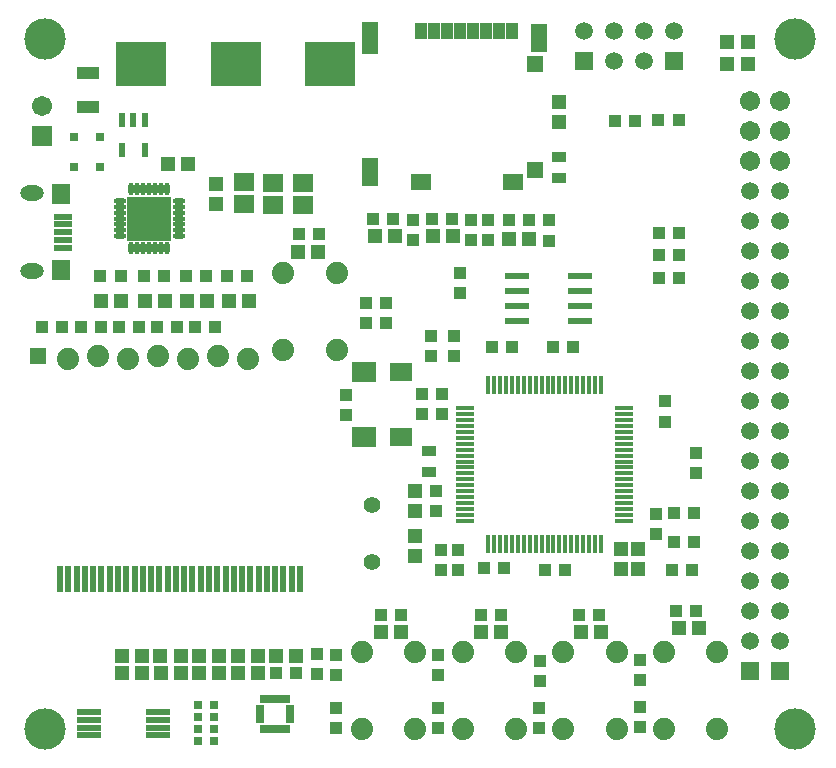
<source format=gbr>
%TF.GenerationSoftware,Novarm,DipTrace,3.2.0.1*%
%TF.CreationDate,2018-06-28T18:28:33-08:00*%
%FSLAX26Y26*%
%MOIN*%
%TF.FileFunction,Soldermask,Top*%
%TF.Part,Single*%
%AMOUTLINE0*
4,1,4,
-0.035433,0.019685,
-0.035433,-0.019685,
0.035433,-0.019685,
0.035433,0.019685,
-0.035433,0.019685,
0*%
%AMOUTLINE1*
4,1,4,
0.026163,0.026163,
0.026205,-0.026121,
-0.026121,-0.026205,
-0.026163,0.026163,
0.026163,0.026163,
0*%
%AMOUTLINE2*
4,1,4,
-0.023622,0.015748,
-0.023622,-0.015748,
0.023622,-0.015748,
0.023622,0.015748,
-0.023622,0.015748,
0*%
%AMOUTLINE3*
4,1,4,
-0.010827,-0.023622,
0.010827,-0.023622,
0.010827,0.023622,
-0.010827,0.023622,
-0.010827,-0.023622,
0*%
%ADD26R,0.03937X0.043307*%
%ADD27R,0.043307X0.03937*%
%ADD33R,0.059055X0.059055*%
%ADD34C,0.059055*%
%ADD45C,0.074*%
%ADD49R,0.062992X0.011811*%
%ADD50R,0.011811X0.062992*%
%ADD60R,0.05937X0.05937*%
%ADD61C,0.05937*%
%ADD62R,0.07874X0.023622*%
%ADD64R,0.074803X0.059055*%
%ADD68C,0.137795*%
%ADD76C,0.056*%
%ADD78R,0.082803X0.067055*%
%ADD86R,0.027685X0.019811*%
%ADD88R,0.019811X0.027685*%
%ADD90R,0.078866X0.023748*%
%ADD92R,0.023748X0.08674*%
%ADD94R,0.145795X0.145795*%
%ADD96O,0.019811X0.041465*%
%ADD98O,0.041465X0.019811*%
%ADD106R,0.053669X0.057213*%
%ADD108R,0.053669X0.055244*%
%ADD110R,0.067055X0.053276*%
%ADD112R,0.053276X0.094614*%
%ADD114R,0.053276X0.106425*%
%ADD116R,0.039496X0.056819*%
%ADD118O,0.078866X0.051307*%
%ADD120R,0.063118X0.070992*%
%ADD122R,0.06115X0.023748*%
%ADD124C,0.067055*%
%ADD126R,0.067055X0.067055*%
%ADD128R,0.031622X0.031622*%
%ADD130R,0.067055X0.059181*%
%ADD132R,0.051307X0.04737*%
%ADD134R,0.04737X0.051307*%
%ADD136R,0.16548X0.149732*%
%ADD142OUTLINE0*%
%ADD143OUTLINE1*%
%ADD144OUTLINE2*%
%ADD145OUTLINE3*%
G75*
G01*
%LPD*%
D136*
X1443702Y2709324D3*
X1128742D3*
X813781D3*
D26*
X1796824Y1287450D3*
Y1220521D3*
X1749809Y1543843D3*
Y1610772D3*
X1497617Y1541625D3*
Y1608554D3*
D134*
X1728075Y1221827D3*
Y1288756D3*
D26*
X1815427Y1543843D3*
Y1610772D3*
D134*
X1728075Y1137450D3*
Y1070521D3*
D27*
X2050125Y1768832D3*
X1983196D3*
X1956365Y1031257D3*
X2023294D3*
D26*
X2531200Y1143698D3*
Y1210628D3*
D27*
X2227883Y1025149D3*
X2160954D3*
D26*
X2559326Y1518701D3*
Y1585630D3*
D130*
X1156201Y2318701D3*
Y2243898D3*
D27*
X2187263Y1765693D3*
X2254192D3*
D130*
X1252987Y2315448D3*
Y2240645D3*
X1352978Y2315448D3*
Y2240645D3*
D132*
X749316Y737225D3*
X816246D3*
X878080D3*
X945009D3*
X1135607D3*
X1202536D3*
X1264370D3*
X1331299D3*
D134*
X2206011Y2515616D3*
Y2582545D3*
D132*
X816625Y680526D3*
X749696D3*
D26*
X1399950Y676772D3*
Y743701D3*
D27*
X1331299Y680969D3*
X1264370D3*
D26*
X1877166Y2014666D3*
Y1947736D3*
D132*
X1135692Y681201D3*
X1202621D3*
X1007110D3*
X1074040D3*
D128*
X676013Y2468746D3*
X589399D3*
X676013Y2368756D3*
X589399D3*
D142*
X637425Y2568735D3*
Y2678971D3*
D126*
X484316Y2471870D3*
D124*
Y2571870D3*
D122*
X554235Y2201133D3*
Y2175542D3*
Y2149952D3*
Y2124361D3*
Y2098771D3*
D120*
X545377Y2275936D3*
Y2023967D3*
D118*
X448999Y2279873D3*
Y2020030D3*
D116*
X1745110Y2820899D3*
X1788418D3*
X1831725D3*
X1875032D3*
X1918339D3*
X1961646D3*
X2004953D3*
X2048260D3*
D114*
X1578181Y2796109D3*
D112*
Y2350046D3*
D110*
X1747473Y2318550D3*
X2053772D3*
D108*
X2125032Y2357132D3*
D106*
Y2711462D3*
D112*
X2140780Y2796109D3*
D143*
X468701Y1737450D3*
D45*
X568701Y1727450D3*
X668701Y1737450D3*
X768701Y1727450D3*
X868701Y1737450D3*
X968701Y1727450D3*
X1068701Y1737450D3*
X1168701Y1727450D3*
D33*
X2843701Y687450D3*
D34*
Y787450D3*
Y887450D3*
Y987450D3*
Y1087450D3*
Y1187450D3*
Y1287450D3*
Y1387450D3*
Y1487450D3*
Y1587450D3*
Y1687450D3*
Y1787450D3*
Y1887450D3*
Y1987450D3*
Y2087450D3*
Y2187450D3*
Y2287450D3*
D124*
Y2387450D3*
Y2487450D3*
Y2587450D3*
D33*
X2943701Y687450D3*
D34*
Y787450D3*
Y887450D3*
Y987450D3*
Y1087450D3*
Y1187450D3*
Y1287450D3*
Y1387450D3*
Y1487450D3*
Y1587450D3*
Y1687450D3*
Y1787450D3*
Y1887450D3*
Y1987450D3*
Y2087450D3*
Y2187450D3*
Y2287450D3*
D124*
Y2387450D3*
Y2487450D3*
Y2587450D3*
D144*
X1771974Y1350042D3*
Y1420908D3*
X2206011Y2331260D3*
Y2402126D3*
D132*
X1337709Y2083452D3*
X1404638D3*
X824906Y1921928D3*
X891835D3*
X681171D3*
X748100D3*
X1106126D3*
X1173055D3*
X965516D3*
X1032445D3*
X2605709Y831201D3*
X2672638D3*
X2278625Y818701D3*
X2345554D3*
X1945293D3*
X2012222D3*
X1611960D3*
X1678889D3*
X1787112Y2137624D3*
X1854041D3*
X1593341D3*
X1660271D3*
X2040267Y2128247D3*
X2107196D3*
X2768208Y2709334D3*
X2835137D3*
X2768208Y2784334D3*
X2835137D3*
D26*
X1781355Y1735958D3*
Y1802887D3*
X1856355Y1737582D3*
Y1804511D3*
X1631201Y1912452D3*
Y1845523D3*
D27*
X1339378Y2143874D3*
X1406307D3*
X678576Y1834437D3*
X611647D3*
X866307D3*
X933236D3*
X993638D3*
X1060567D3*
X805907D3*
X738978D3*
X484316D3*
X551246D3*
D26*
X1968866Y2125122D3*
Y2192051D3*
D134*
X2468483Y1094076D3*
Y1027147D3*
D27*
X821781Y2003170D3*
X888710D3*
X678046D3*
X744975D3*
D132*
X903929Y2375912D3*
X970858D3*
D27*
X1099877Y2003170D3*
X1166806D3*
D134*
X2412239Y1093890D3*
Y1026961D3*
D26*
X1562452Y1912452D3*
Y1845523D3*
D27*
X962391Y2003170D3*
X1029320D3*
X2662452Y887449D3*
X2595523D3*
X2339488Y874949D3*
X2272559D3*
X2012450Y874950D3*
X1945521D3*
X1681066Y874949D3*
X1614137D3*
D26*
X1912442Y2124950D3*
Y2191879D3*
D27*
X1783012Y2193701D3*
X1849941D3*
D26*
X1718692Y2124950D3*
Y2191879D3*
D27*
X1587440Y2193701D3*
X1654369D3*
D26*
X2172016Y2121996D3*
Y2188925D3*
D27*
X2040752Y2190753D3*
X2107681D3*
D26*
X1464774Y739696D3*
Y672767D3*
Y562466D3*
Y495537D3*
D132*
X1073772Y737225D3*
X1006843D3*
D26*
X1802310Y739696D3*
Y672767D3*
Y562466D3*
Y495537D3*
X2141673Y720944D3*
Y654015D3*
X2139845Y562466D3*
Y495537D3*
X2475170Y724983D3*
Y658054D3*
Y568717D3*
Y501788D3*
X1871067Y1089463D3*
Y1022534D3*
X1814811Y1089463D3*
Y1022534D3*
D27*
X2590578Y1212450D3*
X2657507D3*
X2590579Y1118704D3*
X2657508D3*
X2584328Y1024958D3*
X2651257D3*
X2540576Y2146824D3*
X2607505D3*
X2540578Y2074952D3*
X2607507D3*
X2540814Y1996987D3*
X2607743D3*
X2538133Y2522772D3*
X2605062D3*
D26*
X2662689Y1412547D3*
Y1345618D3*
D27*
X2393701Y2521826D3*
X2460630D3*
D132*
X878530Y681201D3*
X945460D3*
D45*
X1287450Y1756201D3*
Y2012201D3*
X1465450Y1756201D3*
Y2012201D3*
X1549950Y493701D3*
Y749701D3*
X1727950Y493701D3*
Y749701D3*
X1885368Y493701D3*
Y749701D3*
X2063368Y493701D3*
Y749701D3*
X2220784Y493701D3*
Y749701D3*
X2398784Y493701D3*
Y749701D3*
X2556201Y493701D3*
Y749701D3*
X2734201Y493701D3*
Y749701D3*
D49*
X1894685Y1562450D3*
Y1542765D3*
Y1523080D3*
Y1503395D3*
Y1483710D3*
Y1464025D3*
Y1444340D3*
Y1424655D3*
Y1404970D3*
Y1385285D3*
Y1365600D3*
Y1345915D3*
Y1326230D3*
Y1306545D3*
Y1286860D3*
Y1267175D3*
Y1247490D3*
Y1227805D3*
Y1208120D3*
Y1188435D3*
D50*
X1971457Y1111663D3*
X1991142D3*
X2010827D3*
X2030512D3*
X2050197D3*
X2069882D3*
X2089567D3*
X2109252D3*
X2128937D3*
X2148622D3*
X2168307D3*
X2187992D3*
X2207677D3*
X2227362D3*
X2247047D3*
X2266732D3*
X2286418D3*
X2306103D3*
X2325788D3*
X2345473D3*
D49*
X2422244Y1188435D3*
Y1208120D3*
Y1227805D3*
Y1247490D3*
Y1267175D3*
Y1286860D3*
Y1306545D3*
Y1326230D3*
Y1345915D3*
Y1365600D3*
Y1385285D3*
Y1404970D3*
Y1424655D3*
Y1444340D3*
Y1464025D3*
Y1483710D3*
Y1503395D3*
Y1523080D3*
Y1542765D3*
Y1562450D3*
D50*
X2345473Y1639222D3*
X2325788D3*
X2306103D3*
X2286418D3*
X2266732D3*
X2247047D3*
X2227362D3*
X2207677D3*
X2187992D3*
X2168307D3*
X2148622D3*
X2128937D3*
X2109252D3*
X2089567D3*
X2069882D3*
X2050197D3*
X2030512D3*
X2010827D3*
X1991142D3*
X1971457D3*
D145*
X824952Y2524949D3*
X787550D3*
X750149D3*
Y2422579D3*
X824952D3*
D98*
X741831Y2254307D3*
Y2234622D3*
Y2214937D3*
Y2195252D3*
Y2175567D3*
Y2155882D3*
Y2136197D3*
D96*
X781201Y2096827D3*
X800886D3*
X820571D3*
X840256D3*
X859941D3*
X879626D3*
X899311D3*
D98*
X938681Y2136197D3*
Y2155882D3*
Y2175567D3*
Y2195252D3*
Y2214937D3*
Y2234622D3*
Y2254307D3*
D96*
X899311Y2293677D3*
X879626D3*
X859941D3*
X840256D3*
X820571D3*
X800886D3*
X781201D3*
D94*
X840256Y2195252D3*
D92*
X543701Y993701D3*
X571260D3*
X598819D3*
X626378D3*
X653937D3*
X681496D3*
X709055D3*
X736614D3*
X764173D3*
X791732D3*
X819292D3*
X846851D3*
X874410D3*
X901969D3*
X929528D3*
X957087D3*
X984646D3*
X1012205D3*
X1039764D3*
X1067323D3*
X1094882D3*
X1122441D3*
X1150000D3*
X1177559D3*
X1205118D3*
X1232677D3*
X1260236D3*
X1287795D3*
X1315355D3*
X1342914D3*
D90*
X640576Y549950D3*
Y524360D3*
Y498769D3*
Y473179D3*
X868923D3*
Y498769D3*
Y524360D3*
Y549950D3*
D88*
X1299950Y593701D3*
X1280265D3*
X1260580D3*
X1240895D3*
X1221210D3*
D86*
X1211368Y564173D3*
Y544488D3*
Y524803D3*
D88*
X1240895Y495276D3*
X1260580D3*
X1280265D3*
X1299950D3*
D86*
X1309793Y524803D3*
Y544488D3*
Y564173D3*
D88*
X1221210Y495276D3*
D60*
X2590576Y2721822D3*
D61*
Y2821822D3*
X2490576Y2721822D3*
Y2821822D3*
X2390576Y2721822D3*
Y2821822D3*
D60*
X2290576Y2721822D3*
D61*
Y2821822D3*
D62*
X2065576Y2003076D3*
Y1953076D3*
Y1903076D3*
Y1853076D3*
X2278175D3*
Y1903076D3*
Y1953076D3*
Y2003076D3*
D128*
X1002314Y453078D3*
X1057432D3*
Y492841D3*
X1002314D3*
Y532605D3*
X1057432D3*
Y572369D3*
X1002314D3*
D64*
X1681066Y1465726D3*
Y1682261D3*
D78*
X1555082D3*
Y1465726D3*
D76*
X1584326Y1049954D3*
Y1239954D3*
D134*
X1062451Y2310630D3*
Y2243701D3*
D68*
X493701Y493701D3*
X2993701D3*
Y2793701D3*
X493701D3*
M02*

</source>
